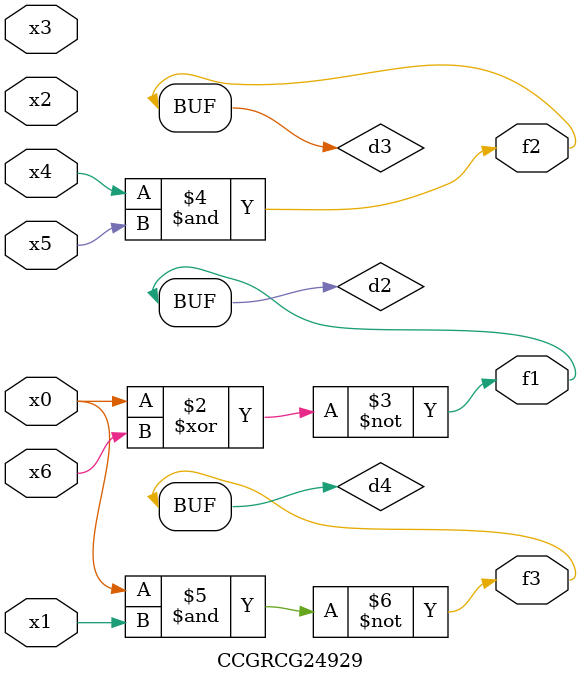
<source format=v>
module CCGRCG24929(
	input x0, x1, x2, x3, x4, x5, x6,
	output f1, f2, f3
);

	wire d1, d2, d3, d4;

	nor (d1, x0);
	xnor (d2, x0, x6);
	and (d3, x4, x5);
	nand (d4, x0, x1);
	assign f1 = d2;
	assign f2 = d3;
	assign f3 = d4;
endmodule

</source>
